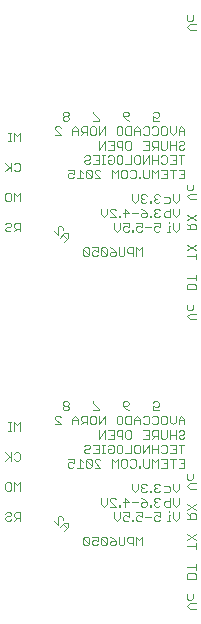
<source format=gbo>
G75*
%MOIN*%
%OFA0B0*%
%FSLAX25Y25*%
%IPPOS*%
%LPD*%
%AMOC8*
5,1,8,0,0,1.08239X$1,22.5*
%
%ADD10C,0.00300*%
%ADD11C,0.00200*%
%ADD12C,0.00500*%
%ADD13C,0.01200*%
%ADD14C,0.00600*%
%ADD15C,0.01100*%
%ADD16C,0.00000*%
%ADD17C,0.00001*%
D10*
X0047474Y0049101D02*
X0048843Y0050469D01*
X0048843Y0051837D01*
X0047474Y0051837D01*
X0046106Y0050469D01*
X0045391Y0051184D02*
X0045391Y0053921D01*
X0045733Y0054263D01*
X0046417Y0054263D01*
X0047101Y0053579D01*
X0047101Y0052894D01*
X0047132Y0051495D02*
X0048501Y0050127D01*
X0045391Y0051184D02*
X0044023Y0052552D01*
X0053905Y0046725D02*
X0055840Y0044790D01*
X0055356Y0044306D01*
X0054389Y0044306D01*
X0053905Y0044790D01*
X0053905Y0046725D01*
X0054389Y0047208D01*
X0055356Y0047208D01*
X0055840Y0046725D01*
X0055840Y0044790D01*
X0056851Y0044790D02*
X0057335Y0044306D01*
X0058303Y0044306D01*
X0058786Y0044790D01*
X0058786Y0045757D02*
X0057819Y0046241D01*
X0057335Y0046241D01*
X0056851Y0045757D01*
X0056851Y0044790D01*
X0058786Y0045757D02*
X0058786Y0047208D01*
X0056851Y0047208D01*
X0059798Y0046725D02*
X0061733Y0044790D01*
X0061249Y0044306D01*
X0060282Y0044306D01*
X0059798Y0044790D01*
X0059798Y0046725D01*
X0060282Y0047208D01*
X0061249Y0047208D01*
X0061733Y0046725D01*
X0061733Y0044790D01*
X0062744Y0044790D02*
X0062744Y0045273D01*
X0063228Y0045757D01*
X0064679Y0045757D01*
X0064679Y0044790D01*
X0064196Y0044306D01*
X0063228Y0044306D01*
X0062744Y0044790D01*
X0063712Y0046725D02*
X0064679Y0045757D01*
X0063712Y0046725D02*
X0062744Y0047208D01*
X0065691Y0047208D02*
X0065691Y0044790D01*
X0066175Y0044306D01*
X0067142Y0044306D01*
X0067626Y0044790D01*
X0067626Y0047208D01*
X0068637Y0046725D02*
X0068637Y0045757D01*
X0069121Y0045273D01*
X0070572Y0045273D01*
X0070572Y0044306D02*
X0070572Y0047208D01*
X0069121Y0047208D01*
X0068637Y0046725D01*
X0071584Y0047208D02*
X0071584Y0044306D01*
X0073519Y0044306D02*
X0073519Y0047208D01*
X0072551Y0046241D01*
X0071584Y0047208D01*
X0072120Y0052430D02*
X0071636Y0052913D01*
X0071636Y0053881D01*
X0072120Y0054365D01*
X0072604Y0054365D01*
X0073571Y0053881D01*
X0073571Y0055332D01*
X0071636Y0055332D01*
X0069151Y0055332D02*
X0069151Y0053881D01*
X0068184Y0054365D01*
X0067700Y0054365D01*
X0067216Y0053881D01*
X0067216Y0052913D01*
X0067700Y0052430D01*
X0068668Y0052430D01*
X0069151Y0052913D01*
X0070141Y0052913D02*
X0070141Y0052430D01*
X0070625Y0052430D01*
X0070625Y0052913D01*
X0070141Y0052913D01*
X0072120Y0052430D02*
X0073087Y0052430D01*
X0073571Y0052913D01*
X0074583Y0053881D02*
X0076518Y0053881D01*
X0077529Y0053881D02*
X0077529Y0052913D01*
X0078013Y0052430D01*
X0078980Y0052430D01*
X0079464Y0052913D01*
X0079464Y0053881D02*
X0078497Y0054365D01*
X0078013Y0054365D01*
X0077529Y0053881D01*
X0077529Y0055332D02*
X0079464Y0055332D01*
X0079464Y0053881D01*
X0081849Y0052430D02*
X0082817Y0052430D01*
X0082333Y0052430D02*
X0082333Y0054365D01*
X0082817Y0054365D01*
X0082333Y0055332D02*
X0082333Y0055816D01*
X0082817Y0057230D02*
X0081366Y0057230D01*
X0080882Y0057713D01*
X0080882Y0058681D01*
X0081366Y0059165D01*
X0082817Y0059165D01*
X0082817Y0060132D02*
X0082817Y0057230D01*
X0083828Y0058197D02*
X0083828Y0060132D01*
X0083828Y0058197D02*
X0084796Y0057230D01*
X0085763Y0058197D01*
X0085763Y0060132D01*
X0084796Y0062030D02*
X0083828Y0062997D01*
X0083828Y0064932D01*
X0082817Y0063481D02*
X0082817Y0062513D01*
X0082333Y0062030D01*
X0080882Y0062030D01*
X0079464Y0062513D02*
X0078980Y0062030D01*
X0078013Y0062030D01*
X0077529Y0062513D01*
X0077529Y0062997D01*
X0078013Y0063481D01*
X0078497Y0063481D01*
X0078013Y0063481D02*
X0077529Y0063965D01*
X0077529Y0064448D01*
X0078013Y0064932D01*
X0078980Y0064932D01*
X0079464Y0064448D01*
X0080882Y0063965D02*
X0082333Y0063965D01*
X0082817Y0063481D01*
X0084796Y0062030D02*
X0085763Y0062997D01*
X0085763Y0064932D01*
X0088487Y0064193D02*
X0089454Y0063225D01*
X0091389Y0063225D01*
X0091389Y0065160D02*
X0089454Y0065160D01*
X0088487Y0064193D01*
X0088971Y0066172D02*
X0088487Y0066656D01*
X0088487Y0068107D01*
X0090422Y0068107D02*
X0090422Y0066656D01*
X0089938Y0066172D01*
X0088971Y0066172D01*
X0087606Y0070223D02*
X0085671Y0070223D01*
X0086638Y0071674D02*
X0087606Y0071674D01*
X0087606Y0070223D02*
X0087606Y0073126D01*
X0085671Y0073126D01*
X0084659Y0073126D02*
X0082724Y0073126D01*
X0083692Y0073126D02*
X0083692Y0070223D01*
X0081713Y0070223D02*
X0079778Y0070223D01*
X0078766Y0070223D02*
X0078766Y0073126D01*
X0077799Y0072158D01*
X0076831Y0073126D01*
X0076831Y0070223D01*
X0075820Y0070707D02*
X0075820Y0073126D01*
X0075820Y0075023D02*
X0075820Y0077926D01*
X0073885Y0075023D01*
X0073885Y0077926D01*
X0072873Y0077442D02*
X0072873Y0075507D01*
X0072390Y0075023D01*
X0071422Y0075023D01*
X0070938Y0075507D01*
X0070938Y0077442D01*
X0071422Y0077926D01*
X0072390Y0077926D01*
X0072873Y0077442D01*
X0073885Y0079823D02*
X0075820Y0079823D01*
X0075820Y0082726D01*
X0073885Y0082726D01*
X0074852Y0081274D02*
X0075820Y0081274D01*
X0076831Y0081274D02*
X0077315Y0080791D01*
X0078766Y0080791D01*
X0077799Y0080791D02*
X0076831Y0079823D01*
X0076831Y0081274D02*
X0076831Y0082242D01*
X0077315Y0082726D01*
X0078766Y0082726D01*
X0078766Y0079823D01*
X0079778Y0080307D02*
X0079778Y0082726D01*
X0081713Y0082726D02*
X0081713Y0080307D01*
X0081229Y0079823D01*
X0080262Y0079823D01*
X0079778Y0080307D01*
X0080262Y0077926D02*
X0079778Y0077442D01*
X0080262Y0077926D02*
X0081229Y0077926D01*
X0081713Y0077442D01*
X0081713Y0075507D01*
X0081229Y0075023D01*
X0080262Y0075023D01*
X0079778Y0075507D01*
X0078766Y0075023D02*
X0078766Y0077926D01*
X0078766Y0076474D02*
X0076831Y0076474D01*
X0076831Y0075023D02*
X0076831Y0077926D01*
X0073885Y0073126D02*
X0073885Y0070707D01*
X0074369Y0070223D01*
X0075336Y0070223D01*
X0075820Y0070707D01*
X0072873Y0070707D02*
X0072390Y0070707D01*
X0072390Y0070223D01*
X0072873Y0070223D01*
X0072873Y0070707D01*
X0071400Y0070707D02*
X0071400Y0072642D01*
X0070916Y0073126D01*
X0069949Y0073126D01*
X0069465Y0072642D01*
X0068454Y0072642D02*
X0068454Y0070707D01*
X0067970Y0070223D01*
X0067002Y0070223D01*
X0066519Y0070707D01*
X0066519Y0072642D01*
X0067002Y0073126D01*
X0067970Y0073126D01*
X0068454Y0072642D01*
X0069465Y0070707D02*
X0069949Y0070223D01*
X0070916Y0070223D01*
X0071400Y0070707D01*
X0069927Y0075023D02*
X0067992Y0075023D01*
X0066980Y0075507D02*
X0066980Y0077442D01*
X0066497Y0077926D01*
X0065529Y0077926D01*
X0065045Y0077442D01*
X0065045Y0075507D01*
X0065529Y0075023D01*
X0066497Y0075023D01*
X0066980Y0075507D01*
X0065507Y0073126D02*
X0064540Y0072158D01*
X0063572Y0073126D01*
X0063572Y0070223D01*
X0065507Y0070223D02*
X0065507Y0073126D01*
X0063550Y0075023D02*
X0064034Y0075507D01*
X0064034Y0077442D01*
X0063550Y0077926D01*
X0062583Y0077926D01*
X0062099Y0077442D01*
X0062099Y0076474D02*
X0063066Y0076474D01*
X0062099Y0076474D02*
X0062099Y0075507D01*
X0062583Y0075023D01*
X0063550Y0075023D01*
X0061087Y0075023D02*
X0060120Y0075023D01*
X0060604Y0075023D02*
X0060604Y0077926D01*
X0061087Y0077926D02*
X0060120Y0077926D01*
X0059123Y0077926D02*
X0059123Y0075023D01*
X0057188Y0075023D01*
X0056176Y0075507D02*
X0055693Y0075023D01*
X0054725Y0075023D01*
X0054241Y0075507D01*
X0054241Y0075991D01*
X0054725Y0076474D01*
X0055693Y0076474D01*
X0056176Y0076958D01*
X0056176Y0077442D01*
X0055693Y0077926D01*
X0054725Y0077926D01*
X0054241Y0077442D01*
X0057188Y0077926D02*
X0059123Y0077926D01*
X0059123Y0076474D02*
X0058155Y0076474D01*
X0058163Y0073126D02*
X0059130Y0073126D01*
X0059614Y0072642D01*
X0058163Y0073126D02*
X0057679Y0072642D01*
X0057679Y0072158D01*
X0059614Y0070223D01*
X0057679Y0070223D01*
X0056667Y0070707D02*
X0054732Y0072642D01*
X0054732Y0070707D01*
X0055216Y0070223D01*
X0056184Y0070223D01*
X0056667Y0070707D01*
X0056667Y0072642D01*
X0056184Y0073126D01*
X0055216Y0073126D01*
X0054732Y0072642D01*
X0053721Y0072158D02*
X0052753Y0073126D01*
X0052753Y0070223D01*
X0051786Y0070223D02*
X0053721Y0070223D01*
X0050774Y0070707D02*
X0050291Y0070223D01*
X0049323Y0070223D01*
X0048839Y0070707D01*
X0048839Y0071674D01*
X0049323Y0072158D01*
X0049807Y0072158D01*
X0050774Y0071674D01*
X0050774Y0073126D01*
X0048839Y0073126D01*
X0059152Y0079823D02*
X0059152Y0082726D01*
X0059152Y0084623D02*
X0059152Y0087526D01*
X0058141Y0087042D02*
X0058141Y0085107D01*
X0057657Y0084623D01*
X0056689Y0084623D01*
X0056206Y0085107D01*
X0056206Y0087042D01*
X0056689Y0087526D01*
X0057657Y0087526D01*
X0058141Y0087042D01*
X0059022Y0089453D02*
X0059022Y0089937D01*
X0057087Y0091872D01*
X0057087Y0092356D01*
X0057087Y0089453D02*
X0059022Y0089453D01*
X0061087Y0087526D02*
X0059152Y0084623D01*
X0061087Y0084623D02*
X0061087Y0087526D01*
X0065045Y0087042D02*
X0065529Y0087526D01*
X0066497Y0087526D01*
X0066980Y0087042D01*
X0066980Y0085107D01*
X0066497Y0084623D01*
X0065529Y0084623D01*
X0065045Y0085107D01*
X0065045Y0087042D01*
X0067992Y0087042D02*
X0068476Y0087526D01*
X0069927Y0087526D01*
X0069927Y0084623D01*
X0068476Y0084623D01*
X0067992Y0085107D01*
X0067992Y0087042D01*
X0069022Y0089453D02*
X0068054Y0089937D01*
X0067087Y0090904D01*
X0068538Y0090904D01*
X0069022Y0091388D01*
X0069022Y0091872D01*
X0068538Y0092356D01*
X0067571Y0092356D01*
X0067087Y0091872D01*
X0067087Y0090904D01*
X0070938Y0086558D02*
X0070938Y0084623D01*
X0070938Y0086074D02*
X0072873Y0086074D01*
X0072873Y0086558D02*
X0071906Y0087526D01*
X0070938Y0086558D01*
X0072873Y0086558D02*
X0072873Y0084623D01*
X0073885Y0085107D02*
X0074369Y0084623D01*
X0075336Y0084623D01*
X0075820Y0085107D01*
X0075820Y0087042D01*
X0075336Y0087526D01*
X0074369Y0087526D01*
X0073885Y0087042D01*
X0076831Y0087042D02*
X0077315Y0087526D01*
X0078283Y0087526D01*
X0078766Y0087042D01*
X0078766Y0085107D01*
X0078283Y0084623D01*
X0077315Y0084623D01*
X0076831Y0085107D01*
X0079778Y0085107D02*
X0079778Y0087042D01*
X0080262Y0087526D01*
X0081229Y0087526D01*
X0081713Y0087042D01*
X0081713Y0085107D01*
X0081229Y0084623D01*
X0080262Y0084623D01*
X0079778Y0085107D01*
X0082724Y0085591D02*
X0082724Y0087526D01*
X0082724Y0085591D02*
X0083692Y0084623D01*
X0084659Y0085591D01*
X0084659Y0087526D01*
X0085671Y0086558D02*
X0085671Y0084623D01*
X0085671Y0086074D02*
X0087606Y0086074D01*
X0087606Y0086558D02*
X0086638Y0087526D01*
X0085671Y0086558D01*
X0087606Y0086558D02*
X0087606Y0084623D01*
X0087122Y0082726D02*
X0087606Y0082242D01*
X0087606Y0081758D01*
X0087122Y0081274D01*
X0086155Y0081274D01*
X0085671Y0080791D01*
X0085671Y0080307D01*
X0086155Y0079823D01*
X0087122Y0079823D01*
X0087606Y0080307D01*
X0087606Y0077926D02*
X0085671Y0077926D01*
X0086638Y0077926D02*
X0086638Y0075023D01*
X0084659Y0075023D02*
X0082724Y0075023D01*
X0083692Y0076474D02*
X0084659Y0076474D01*
X0084659Y0075023D02*
X0084659Y0077926D01*
X0082724Y0077926D01*
X0082724Y0079823D02*
X0082724Y0082726D01*
X0082724Y0081274D02*
X0084659Y0081274D01*
X0085671Y0082242D02*
X0086155Y0082726D01*
X0087122Y0082726D01*
X0084659Y0082726D02*
X0084659Y0079823D01*
X0081713Y0073126D02*
X0081713Y0070223D01*
X0081713Y0071674D02*
X0080745Y0071674D01*
X0079778Y0073126D02*
X0081713Y0073126D01*
X0074561Y0064932D02*
X0073593Y0064932D01*
X0073109Y0064448D01*
X0073109Y0063965D01*
X0073593Y0063481D01*
X0073109Y0062997D01*
X0073109Y0062513D01*
X0073593Y0062030D01*
X0074561Y0062030D01*
X0075044Y0062513D01*
X0076034Y0062513D02*
X0076034Y0062030D01*
X0076518Y0062030D01*
X0076518Y0062513D01*
X0076034Y0062513D01*
X0075044Y0064448D02*
X0074561Y0064932D01*
X0074077Y0063481D02*
X0073593Y0063481D01*
X0072098Y0062997D02*
X0071130Y0062030D01*
X0070163Y0062997D01*
X0070163Y0064932D01*
X0072098Y0064932D02*
X0072098Y0062997D01*
X0073109Y0060132D02*
X0074077Y0059648D01*
X0075044Y0058681D01*
X0073593Y0058681D01*
X0073109Y0058197D01*
X0073109Y0057713D01*
X0073593Y0057230D01*
X0074561Y0057230D01*
X0075044Y0057713D01*
X0075044Y0058681D01*
X0076034Y0057713D02*
X0076034Y0057230D01*
X0076518Y0057230D01*
X0076518Y0057713D01*
X0076034Y0057713D01*
X0077529Y0057713D02*
X0078013Y0057230D01*
X0078980Y0057230D01*
X0079464Y0057713D01*
X0078497Y0058681D02*
X0078013Y0058681D01*
X0077529Y0058197D01*
X0077529Y0057713D01*
X0078013Y0058681D02*
X0077529Y0059165D01*
X0077529Y0059648D01*
X0078013Y0060132D01*
X0078980Y0060132D01*
X0079464Y0059648D01*
X0083828Y0055332D02*
X0083828Y0053397D01*
X0084796Y0052430D01*
X0085763Y0053397D01*
X0085763Y0055332D01*
X0088487Y0055160D02*
X0089454Y0054193D01*
X0089454Y0054677D02*
X0089454Y0053225D01*
X0088487Y0053225D02*
X0091389Y0053225D01*
X0091389Y0054677D01*
X0090906Y0055160D01*
X0089938Y0055160D01*
X0089454Y0054677D01*
X0088487Y0056172D02*
X0091389Y0058107D01*
X0091389Y0056172D02*
X0088487Y0058107D01*
X0088487Y0048107D02*
X0091389Y0046172D01*
X0091389Y0045160D02*
X0091389Y0043225D01*
X0091389Y0044193D02*
X0088487Y0044193D01*
X0088487Y0046172D02*
X0091389Y0048107D01*
X0091389Y0038107D02*
X0091389Y0036172D01*
X0091389Y0037139D02*
X0088487Y0037139D01*
X0088971Y0035160D02*
X0090906Y0035160D01*
X0091389Y0034677D01*
X0091389Y0033225D01*
X0088487Y0033225D01*
X0088487Y0034677D01*
X0088971Y0035160D01*
X0088487Y0028107D02*
X0088487Y0026656D01*
X0088971Y0026172D01*
X0089938Y0026172D01*
X0090422Y0026656D01*
X0090422Y0028107D01*
X0089454Y0025160D02*
X0091389Y0025160D01*
X0089454Y0025160D02*
X0088487Y0024193D01*
X0089454Y0023225D01*
X0091389Y0023225D01*
X0069151Y0055332D02*
X0067216Y0055332D01*
X0066205Y0055332D02*
X0066205Y0053397D01*
X0065237Y0052430D01*
X0064270Y0053397D01*
X0064270Y0055332D01*
X0064732Y0057230D02*
X0062797Y0059165D01*
X0062797Y0059648D01*
X0063280Y0060132D01*
X0064248Y0060132D01*
X0064732Y0059648D01*
X0065721Y0057713D02*
X0065721Y0057230D01*
X0066205Y0057230D01*
X0066205Y0057713D01*
X0065721Y0057713D01*
X0064732Y0057230D02*
X0062797Y0057230D01*
X0061785Y0058197D02*
X0060818Y0057230D01*
X0059850Y0058197D01*
X0059850Y0060132D01*
X0061785Y0060132D02*
X0061785Y0058197D01*
X0067216Y0058681D02*
X0069151Y0058681D01*
X0067700Y0060132D01*
X0067700Y0057230D01*
X0070163Y0058681D02*
X0072098Y0058681D01*
X0069927Y0075023D02*
X0069927Y0077926D01*
X0069443Y0079823D02*
X0068476Y0079823D01*
X0067992Y0080307D01*
X0067992Y0082242D01*
X0068476Y0082726D01*
X0069443Y0082726D01*
X0069927Y0082242D01*
X0069927Y0080307D01*
X0069443Y0079823D01*
X0066980Y0079823D02*
X0066980Y0082726D01*
X0065529Y0082726D01*
X0065045Y0082242D01*
X0065045Y0081274D01*
X0065529Y0080791D01*
X0066980Y0080791D01*
X0064034Y0081274D02*
X0063066Y0081274D01*
X0062099Y0079823D02*
X0064034Y0079823D01*
X0064034Y0082726D01*
X0062099Y0082726D01*
X0061087Y0082726D02*
X0059152Y0079823D01*
X0061087Y0079823D02*
X0061087Y0082726D01*
X0055194Y0084623D02*
X0055194Y0087526D01*
X0053743Y0087526D01*
X0053259Y0087042D01*
X0053259Y0086074D01*
X0053743Y0085591D01*
X0055194Y0085591D01*
X0054227Y0085591D02*
X0053259Y0084623D01*
X0052248Y0084623D02*
X0052248Y0086558D01*
X0051280Y0087526D01*
X0050313Y0086558D01*
X0050313Y0084623D01*
X0050313Y0086074D02*
X0052248Y0086074D01*
X0048538Y0089453D02*
X0049022Y0089937D01*
X0049022Y0090421D01*
X0048538Y0090904D01*
X0047571Y0090904D01*
X0047087Y0090421D01*
X0047087Y0089937D01*
X0047571Y0089453D01*
X0048538Y0089453D01*
X0048538Y0090904D02*
X0049022Y0091388D01*
X0049022Y0091872D01*
X0048538Y0092356D01*
X0047571Y0092356D01*
X0047087Y0091872D01*
X0047087Y0091388D01*
X0047571Y0090904D01*
X0045871Y0087526D02*
X0046355Y0087042D01*
X0045871Y0087526D02*
X0044903Y0087526D01*
X0044420Y0087042D01*
X0044420Y0086558D01*
X0046355Y0084623D01*
X0044420Y0084623D01*
X0032787Y0085421D02*
X0032787Y0082519D01*
X0030852Y0082519D02*
X0030852Y0085421D01*
X0031820Y0084453D01*
X0032787Y0085421D01*
X0029840Y0085421D02*
X0028873Y0085421D01*
X0029357Y0085421D02*
X0029357Y0082519D01*
X0029840Y0082519D02*
X0028873Y0082519D01*
X0027906Y0075421D02*
X0029840Y0073486D01*
X0029357Y0073970D02*
X0027906Y0072519D01*
X0029840Y0072519D02*
X0029840Y0075421D01*
X0030852Y0074937D02*
X0031336Y0075421D01*
X0032303Y0075421D01*
X0032787Y0074937D01*
X0032787Y0073002D01*
X0032303Y0072519D01*
X0031336Y0072519D01*
X0030852Y0073002D01*
X0030852Y0065421D02*
X0030852Y0062519D01*
X0029840Y0063002D02*
X0029357Y0062519D01*
X0028389Y0062519D01*
X0027906Y0063002D01*
X0027906Y0064937D01*
X0028389Y0065421D01*
X0029357Y0065421D01*
X0029840Y0064937D01*
X0029840Y0063002D01*
X0031820Y0064453D02*
X0030852Y0065421D01*
X0031820Y0064453D02*
X0032787Y0065421D01*
X0032787Y0062519D01*
X0032787Y0055421D02*
X0031336Y0055421D01*
X0030852Y0054937D01*
X0030852Y0053970D01*
X0031336Y0053486D01*
X0032787Y0053486D01*
X0031820Y0053486D02*
X0030852Y0052519D01*
X0029840Y0053002D02*
X0029357Y0052519D01*
X0028389Y0052519D01*
X0027906Y0053002D01*
X0027906Y0053486D01*
X0028389Y0053970D01*
X0029357Y0053970D01*
X0029840Y0054453D01*
X0029840Y0054937D01*
X0029357Y0055421D01*
X0028389Y0055421D01*
X0027906Y0054937D01*
X0032787Y0055421D02*
X0032787Y0052519D01*
X0077087Y0089453D02*
X0077087Y0090904D01*
X0078054Y0090421D01*
X0078538Y0090421D01*
X0079022Y0090904D01*
X0079022Y0091872D01*
X0078538Y0092356D01*
X0077571Y0092356D01*
X0077087Y0091872D01*
X0077087Y0089453D02*
X0079022Y0089453D01*
X0089454Y0119682D02*
X0088487Y0120650D01*
X0089454Y0121617D01*
X0091389Y0121617D01*
X0089938Y0122629D02*
X0088971Y0122629D01*
X0088487Y0123112D01*
X0088487Y0124564D01*
X0090422Y0124564D02*
X0090422Y0123112D01*
X0089938Y0122629D01*
X0089454Y0119682D02*
X0091389Y0119682D01*
X0091389Y0129682D02*
X0091389Y0131133D01*
X0090906Y0131617D01*
X0088971Y0131617D01*
X0088487Y0131133D01*
X0088487Y0129682D01*
X0091389Y0129682D01*
X0091389Y0132629D02*
X0091389Y0134564D01*
X0091389Y0133596D02*
X0088487Y0133596D01*
X0091389Y0139682D02*
X0091389Y0141617D01*
X0091389Y0140650D02*
X0088487Y0140650D01*
X0088487Y0142629D02*
X0091389Y0144564D01*
X0091389Y0142629D02*
X0088487Y0144564D01*
X0088487Y0149682D02*
X0091389Y0149682D01*
X0091389Y0151133D01*
X0090906Y0151617D01*
X0089938Y0151617D01*
X0089454Y0151133D01*
X0089454Y0149682D01*
X0089454Y0150650D02*
X0088487Y0151617D01*
X0088487Y0152629D02*
X0091389Y0154564D01*
X0091389Y0152629D02*
X0088487Y0154564D01*
X0085763Y0154654D02*
X0085763Y0156589D01*
X0083828Y0156589D02*
X0083828Y0154654D01*
X0084796Y0153686D01*
X0085763Y0154654D01*
X0085763Y0151789D02*
X0085763Y0149854D01*
X0084796Y0148886D01*
X0083828Y0149854D01*
X0083828Y0151789D01*
X0082817Y0150821D02*
X0082333Y0150821D01*
X0082333Y0148886D01*
X0082817Y0148886D02*
X0081849Y0148886D01*
X0079464Y0149370D02*
X0078980Y0148886D01*
X0078013Y0148886D01*
X0077529Y0149370D01*
X0077529Y0150337D01*
X0078013Y0150821D01*
X0078497Y0150821D01*
X0079464Y0150337D01*
X0079464Y0151789D01*
X0077529Y0151789D01*
X0076518Y0150337D02*
X0074583Y0150337D01*
X0073571Y0150337D02*
X0072604Y0150821D01*
X0072120Y0150821D01*
X0071636Y0150337D01*
X0071636Y0149370D01*
X0072120Y0148886D01*
X0073087Y0148886D01*
X0073571Y0149370D01*
X0073571Y0150337D02*
X0073571Y0151789D01*
X0071636Y0151789D01*
X0069151Y0151789D02*
X0069151Y0150337D01*
X0068184Y0150821D01*
X0067700Y0150821D01*
X0067216Y0150337D01*
X0067216Y0149370D01*
X0067700Y0148886D01*
X0068668Y0148886D01*
X0069151Y0149370D01*
X0070141Y0149370D02*
X0070141Y0148886D01*
X0070625Y0148886D01*
X0070625Y0149370D01*
X0070141Y0149370D01*
X0069151Y0151789D02*
X0067216Y0151789D01*
X0066205Y0151789D02*
X0066205Y0149854D01*
X0065237Y0148886D01*
X0064270Y0149854D01*
X0064270Y0151789D01*
X0064732Y0153686D02*
X0062797Y0155621D01*
X0062797Y0156105D01*
X0063280Y0156589D01*
X0064248Y0156589D01*
X0064732Y0156105D01*
X0065721Y0154170D02*
X0065721Y0153686D01*
X0066205Y0153686D01*
X0066205Y0154170D01*
X0065721Y0154170D01*
X0064732Y0153686D02*
X0062797Y0153686D01*
X0061785Y0154654D02*
X0060818Y0153686D01*
X0059850Y0154654D01*
X0059850Y0156589D01*
X0061785Y0156589D02*
X0061785Y0154654D01*
X0067216Y0155137D02*
X0069151Y0155137D01*
X0067700Y0156589D01*
X0067700Y0153686D01*
X0070163Y0155137D02*
X0072098Y0155137D01*
X0073109Y0154654D02*
X0073593Y0155137D01*
X0075044Y0155137D01*
X0075044Y0154170D01*
X0074561Y0153686D01*
X0073593Y0153686D01*
X0073109Y0154170D01*
X0073109Y0154654D01*
X0074077Y0156105D02*
X0075044Y0155137D01*
X0074077Y0156105D02*
X0073109Y0156589D01*
X0073593Y0158486D02*
X0074561Y0158486D01*
X0075044Y0158970D01*
X0076034Y0158970D02*
X0076034Y0158486D01*
X0076518Y0158486D01*
X0076518Y0158970D01*
X0076034Y0158970D01*
X0077529Y0158970D02*
X0078013Y0158486D01*
X0078980Y0158486D01*
X0079464Y0158970D01*
X0078497Y0159937D02*
X0078013Y0159937D01*
X0077529Y0159454D01*
X0077529Y0158970D01*
X0078013Y0159937D02*
X0077529Y0160421D01*
X0077529Y0160905D01*
X0078013Y0161389D01*
X0078980Y0161389D01*
X0079464Y0160905D01*
X0080882Y0160421D02*
X0082333Y0160421D01*
X0082817Y0159937D01*
X0082817Y0158970D01*
X0082333Y0158486D01*
X0080882Y0158486D01*
X0078980Y0156589D02*
X0078013Y0156589D01*
X0077529Y0156105D01*
X0077529Y0155621D01*
X0078013Y0155137D01*
X0077529Y0154654D01*
X0077529Y0154170D01*
X0078013Y0153686D01*
X0078980Y0153686D01*
X0079464Y0154170D01*
X0078497Y0155137D02*
X0078013Y0155137D01*
X0079464Y0156105D02*
X0078980Y0156589D01*
X0080882Y0155137D02*
X0081366Y0155621D01*
X0082817Y0155621D01*
X0082817Y0156589D02*
X0082817Y0153686D01*
X0081366Y0153686D01*
X0080882Y0154170D01*
X0080882Y0155137D01*
X0082333Y0152272D02*
X0082333Y0151789D01*
X0076518Y0153686D02*
X0076034Y0153686D01*
X0076034Y0154170D01*
X0076518Y0154170D01*
X0076518Y0153686D01*
X0073593Y0158486D02*
X0073109Y0158970D01*
X0073109Y0159454D01*
X0073593Y0159937D01*
X0074077Y0159937D01*
X0073593Y0159937D02*
X0073109Y0160421D01*
X0073109Y0160905D01*
X0073593Y0161389D01*
X0074561Y0161389D01*
X0075044Y0160905D01*
X0072098Y0161389D02*
X0072098Y0159454D01*
X0071130Y0158486D01*
X0070163Y0159454D01*
X0070163Y0161389D01*
X0069949Y0166680D02*
X0069465Y0167164D01*
X0069949Y0166680D02*
X0070916Y0166680D01*
X0071400Y0167164D01*
X0071400Y0169099D01*
X0070916Y0169582D01*
X0069949Y0169582D01*
X0069465Y0169099D01*
X0068454Y0169099D02*
X0068454Y0167164D01*
X0067970Y0166680D01*
X0067002Y0166680D01*
X0066519Y0167164D01*
X0066519Y0169099D01*
X0067002Y0169582D01*
X0067970Y0169582D01*
X0068454Y0169099D01*
X0067992Y0171480D02*
X0069927Y0171480D01*
X0069927Y0174382D01*
X0070938Y0173899D02*
X0071422Y0174382D01*
X0072390Y0174382D01*
X0072873Y0173899D01*
X0072873Y0171964D01*
X0072390Y0171480D01*
X0071422Y0171480D01*
X0070938Y0171964D01*
X0070938Y0173899D01*
X0069443Y0176280D02*
X0068476Y0176280D01*
X0067992Y0176764D01*
X0067992Y0178699D01*
X0068476Y0179182D01*
X0069443Y0179182D01*
X0069927Y0178699D01*
X0069927Y0176764D01*
X0069443Y0176280D01*
X0066980Y0176280D02*
X0066980Y0179182D01*
X0065529Y0179182D01*
X0065045Y0178699D01*
X0065045Y0177731D01*
X0065529Y0177247D01*
X0066980Y0177247D01*
X0066497Y0174382D02*
X0066980Y0173899D01*
X0066980Y0171964D01*
X0066497Y0171480D01*
X0065529Y0171480D01*
X0065045Y0171964D01*
X0065045Y0173899D01*
X0065529Y0174382D01*
X0066497Y0174382D01*
X0064034Y0173899D02*
X0064034Y0171964D01*
X0063550Y0171480D01*
X0062583Y0171480D01*
X0062099Y0171964D01*
X0062099Y0172931D01*
X0063066Y0172931D01*
X0062099Y0173899D02*
X0062583Y0174382D01*
X0063550Y0174382D01*
X0064034Y0173899D01*
X0064034Y0176280D02*
X0062099Y0176280D01*
X0061087Y0176280D02*
X0061087Y0179182D01*
X0059152Y0176280D01*
X0059152Y0179182D01*
X0059152Y0181080D02*
X0059152Y0183982D01*
X0058141Y0183499D02*
X0057657Y0183982D01*
X0056689Y0183982D01*
X0056206Y0183499D01*
X0056206Y0181564D01*
X0056689Y0181080D01*
X0057657Y0181080D01*
X0058141Y0181564D01*
X0058141Y0183499D01*
X0059022Y0185910D02*
X0059022Y0186393D01*
X0057087Y0188328D01*
X0057087Y0188812D01*
X0057087Y0185910D02*
X0059022Y0185910D01*
X0061087Y0183982D02*
X0059152Y0181080D01*
X0061087Y0181080D02*
X0061087Y0183982D01*
X0065045Y0183499D02*
X0065529Y0183982D01*
X0066497Y0183982D01*
X0066980Y0183499D01*
X0066980Y0181564D01*
X0066497Y0181080D01*
X0065529Y0181080D01*
X0065045Y0181564D01*
X0065045Y0183499D01*
X0067992Y0183499D02*
X0068476Y0183982D01*
X0069927Y0183982D01*
X0069927Y0181080D01*
X0068476Y0181080D01*
X0067992Y0181564D01*
X0067992Y0183499D01*
X0069022Y0185910D02*
X0068054Y0186393D01*
X0067087Y0187361D01*
X0068538Y0187361D01*
X0069022Y0187845D01*
X0069022Y0188328D01*
X0068538Y0188812D01*
X0067571Y0188812D01*
X0067087Y0188328D01*
X0067087Y0187361D01*
X0070938Y0183015D02*
X0070938Y0181080D01*
X0070938Y0182531D02*
X0072873Y0182531D01*
X0072873Y0183015D02*
X0071906Y0183982D01*
X0070938Y0183015D01*
X0072873Y0183015D02*
X0072873Y0181080D01*
X0073885Y0181564D02*
X0074369Y0181080D01*
X0075336Y0181080D01*
X0075820Y0181564D01*
X0075820Y0183499D01*
X0075336Y0183982D01*
X0074369Y0183982D01*
X0073885Y0183499D01*
X0076831Y0183499D02*
X0077315Y0183982D01*
X0078283Y0183982D01*
X0078766Y0183499D01*
X0078766Y0181564D01*
X0078283Y0181080D01*
X0077315Y0181080D01*
X0076831Y0181564D01*
X0077315Y0179182D02*
X0076831Y0178699D01*
X0076831Y0177731D01*
X0077315Y0177247D01*
X0078766Y0177247D01*
X0078766Y0176280D02*
X0078766Y0179182D01*
X0077315Y0179182D01*
X0075820Y0179182D02*
X0075820Y0176280D01*
X0073885Y0176280D01*
X0074852Y0177731D02*
X0075820Y0177731D01*
X0075820Y0179182D02*
X0073885Y0179182D01*
X0076831Y0176280D02*
X0077799Y0177247D01*
X0079778Y0176764D02*
X0079778Y0179182D01*
X0081713Y0179182D02*
X0081713Y0176764D01*
X0081229Y0176280D01*
X0080262Y0176280D01*
X0079778Y0176764D01*
X0080262Y0174382D02*
X0079778Y0173899D01*
X0080262Y0174382D02*
X0081229Y0174382D01*
X0081713Y0173899D01*
X0081713Y0171964D01*
X0081229Y0171480D01*
X0080262Y0171480D01*
X0079778Y0171964D01*
X0078766Y0171480D02*
X0078766Y0174382D01*
X0078766Y0172931D02*
X0076831Y0172931D01*
X0076831Y0174382D02*
X0076831Y0171480D01*
X0075820Y0171480D02*
X0075820Y0174382D01*
X0073885Y0171480D01*
X0073885Y0174382D01*
X0073885Y0169582D02*
X0073885Y0167164D01*
X0074369Y0166680D01*
X0075336Y0166680D01*
X0075820Y0167164D01*
X0075820Y0169582D01*
X0076831Y0169582D02*
X0076831Y0166680D01*
X0078766Y0166680D02*
X0078766Y0169582D01*
X0077799Y0168615D01*
X0076831Y0169582D01*
X0079778Y0169582D02*
X0081713Y0169582D01*
X0081713Y0166680D01*
X0079778Y0166680D01*
X0080745Y0168131D02*
X0081713Y0168131D01*
X0082724Y0169582D02*
X0084659Y0169582D01*
X0083692Y0169582D02*
X0083692Y0166680D01*
X0085671Y0166680D02*
X0087606Y0166680D01*
X0087606Y0169582D01*
X0085671Y0169582D01*
X0086638Y0168131D02*
X0087606Y0168131D01*
X0086638Y0171480D02*
X0086638Y0174382D01*
X0085671Y0174382D02*
X0087606Y0174382D01*
X0087122Y0176280D02*
X0087606Y0176764D01*
X0087122Y0176280D02*
X0086155Y0176280D01*
X0085671Y0176764D01*
X0085671Y0177247D01*
X0086155Y0177731D01*
X0087122Y0177731D01*
X0087606Y0178215D01*
X0087606Y0178699D01*
X0087122Y0179182D01*
X0086155Y0179182D01*
X0085671Y0178699D01*
X0084659Y0179182D02*
X0084659Y0176280D01*
X0084659Y0177731D02*
X0082724Y0177731D01*
X0082724Y0179182D02*
X0082724Y0176280D01*
X0082724Y0174382D02*
X0084659Y0174382D01*
X0084659Y0171480D01*
X0082724Y0171480D01*
X0083692Y0172931D02*
X0084659Y0172931D01*
X0083692Y0181080D02*
X0082724Y0182047D01*
X0082724Y0183982D01*
X0081713Y0183499D02*
X0081229Y0183982D01*
X0080262Y0183982D01*
X0079778Y0183499D01*
X0079778Y0181564D01*
X0080262Y0181080D01*
X0081229Y0181080D01*
X0081713Y0181564D01*
X0081713Y0183499D01*
X0084659Y0183982D02*
X0084659Y0182047D01*
X0083692Y0181080D01*
X0085671Y0181080D02*
X0085671Y0183015D01*
X0086638Y0183982D01*
X0087606Y0183015D01*
X0087606Y0181080D01*
X0087606Y0182531D02*
X0085671Y0182531D01*
X0079022Y0185910D02*
X0077087Y0185910D01*
X0077087Y0187361D01*
X0078054Y0186877D01*
X0078538Y0186877D01*
X0079022Y0187361D01*
X0079022Y0188328D01*
X0078538Y0188812D01*
X0077571Y0188812D01*
X0077087Y0188328D01*
X0064034Y0179182D02*
X0064034Y0176280D01*
X0064034Y0177731D02*
X0063066Y0177731D01*
X0062099Y0179182D02*
X0064034Y0179182D01*
X0061087Y0174382D02*
X0060120Y0174382D01*
X0060604Y0174382D02*
X0060604Y0171480D01*
X0061087Y0171480D02*
X0060120Y0171480D01*
X0059123Y0171480D02*
X0059123Y0174382D01*
X0057188Y0174382D01*
X0056176Y0173899D02*
X0056176Y0173415D01*
X0055693Y0172931D01*
X0054725Y0172931D01*
X0054241Y0172447D01*
X0054241Y0171964D01*
X0054725Y0171480D01*
X0055693Y0171480D01*
X0056176Y0171964D01*
X0057188Y0171480D02*
X0059123Y0171480D01*
X0059123Y0172931D02*
X0058155Y0172931D01*
X0056176Y0173899D02*
X0055693Y0174382D01*
X0054725Y0174382D01*
X0054241Y0173899D01*
X0055216Y0169582D02*
X0054732Y0169099D01*
X0056667Y0167164D01*
X0056184Y0166680D01*
X0055216Y0166680D01*
X0054732Y0167164D01*
X0054732Y0169099D01*
X0055216Y0169582D02*
X0056184Y0169582D01*
X0056667Y0169099D01*
X0056667Y0167164D01*
X0057679Y0166680D02*
X0059614Y0166680D01*
X0057679Y0168615D01*
X0057679Y0169099D01*
X0058163Y0169582D01*
X0059130Y0169582D01*
X0059614Y0169099D01*
X0063572Y0169582D02*
X0063572Y0166680D01*
X0065507Y0166680D02*
X0065507Y0169582D01*
X0064540Y0168615D01*
X0063572Y0169582D01*
X0053721Y0168615D02*
X0052753Y0169582D01*
X0052753Y0166680D01*
X0051786Y0166680D02*
X0053721Y0166680D01*
X0050774Y0167164D02*
X0050291Y0166680D01*
X0049323Y0166680D01*
X0048839Y0167164D01*
X0048839Y0168131D01*
X0049323Y0168615D01*
X0049807Y0168615D01*
X0050774Y0168131D01*
X0050774Y0169582D01*
X0048839Y0169582D01*
X0050313Y0181080D02*
X0050313Y0183015D01*
X0051280Y0183982D01*
X0052248Y0183015D01*
X0052248Y0181080D01*
X0053259Y0181080D02*
X0054227Y0182047D01*
X0053743Y0182047D02*
X0055194Y0182047D01*
X0055194Y0181080D02*
X0055194Y0183982D01*
X0053743Y0183982D01*
X0053259Y0183499D01*
X0053259Y0182531D01*
X0053743Y0182047D01*
X0052248Y0182531D02*
X0050313Y0182531D01*
X0048538Y0185910D02*
X0047571Y0185910D01*
X0047087Y0186393D01*
X0047087Y0186877D01*
X0047571Y0187361D01*
X0048538Y0187361D01*
X0049022Y0187845D01*
X0049022Y0188328D01*
X0048538Y0188812D01*
X0047571Y0188812D01*
X0047087Y0188328D01*
X0047087Y0187845D01*
X0047571Y0187361D01*
X0048538Y0187361D02*
X0049022Y0186877D01*
X0049022Y0186393D01*
X0048538Y0185910D01*
X0046355Y0183499D02*
X0045871Y0183982D01*
X0044903Y0183982D01*
X0044420Y0183499D01*
X0044420Y0183015D01*
X0046355Y0181080D01*
X0044420Y0181080D01*
X0032787Y0181878D02*
X0032787Y0178975D01*
X0030852Y0178975D02*
X0030852Y0181878D01*
X0031820Y0180910D01*
X0032787Y0181878D01*
X0029840Y0181878D02*
X0028873Y0181878D01*
X0029357Y0181878D02*
X0029357Y0178975D01*
X0029840Y0178975D02*
X0028873Y0178975D01*
X0027906Y0171878D02*
X0029840Y0169943D01*
X0029357Y0170426D02*
X0027906Y0168975D01*
X0029840Y0168975D02*
X0029840Y0171878D01*
X0030852Y0171394D02*
X0031336Y0171878D01*
X0032303Y0171878D01*
X0032787Y0171394D01*
X0032787Y0169459D01*
X0032303Y0168975D01*
X0031336Y0168975D01*
X0030852Y0169459D01*
X0030852Y0161878D02*
X0030852Y0158975D01*
X0029840Y0159459D02*
X0029357Y0158975D01*
X0028389Y0158975D01*
X0027906Y0159459D01*
X0027906Y0161394D01*
X0028389Y0161878D01*
X0029357Y0161878D01*
X0029840Y0161394D01*
X0029840Y0159459D01*
X0031820Y0160910D02*
X0030852Y0161878D01*
X0031820Y0160910D02*
X0032787Y0161878D01*
X0032787Y0158975D01*
X0032787Y0151878D02*
X0031336Y0151878D01*
X0030852Y0151394D01*
X0030852Y0150426D01*
X0031336Y0149943D01*
X0032787Y0149943D01*
X0031820Y0149943D02*
X0030852Y0148975D01*
X0029840Y0149459D02*
X0029357Y0148975D01*
X0028389Y0148975D01*
X0027906Y0149459D01*
X0027906Y0149943D01*
X0028389Y0150426D01*
X0029357Y0150426D01*
X0029840Y0150910D01*
X0029840Y0151394D01*
X0029357Y0151878D01*
X0028389Y0151878D01*
X0027906Y0151394D01*
X0032787Y0151878D02*
X0032787Y0148975D01*
X0044023Y0149009D02*
X0045391Y0147641D01*
X0045391Y0150377D01*
X0045733Y0150719D01*
X0046417Y0150719D01*
X0047101Y0150035D01*
X0047101Y0149351D01*
X0047474Y0148294D02*
X0046106Y0146926D01*
X0047132Y0147952D02*
X0048501Y0146584D01*
X0048843Y0146926D02*
X0048843Y0148294D01*
X0047474Y0148294D01*
X0048843Y0146926D02*
X0047474Y0145557D01*
X0053905Y0143181D02*
X0055840Y0141246D01*
X0055356Y0140763D01*
X0054389Y0140763D01*
X0053905Y0141246D01*
X0053905Y0143181D01*
X0054389Y0143665D01*
X0055356Y0143665D01*
X0055840Y0143181D01*
X0055840Y0141246D01*
X0056851Y0141246D02*
X0057335Y0140763D01*
X0058303Y0140763D01*
X0058786Y0141246D01*
X0058786Y0142214D02*
X0057819Y0142698D01*
X0057335Y0142698D01*
X0056851Y0142214D01*
X0056851Y0141246D01*
X0058786Y0142214D02*
X0058786Y0143665D01*
X0056851Y0143665D01*
X0059798Y0143181D02*
X0061733Y0141246D01*
X0061249Y0140763D01*
X0060282Y0140763D01*
X0059798Y0141246D01*
X0059798Y0143181D01*
X0060282Y0143665D01*
X0061249Y0143665D01*
X0061733Y0143181D01*
X0061733Y0141246D01*
X0062744Y0141246D02*
X0062744Y0141730D01*
X0063228Y0142214D01*
X0064679Y0142214D01*
X0064679Y0141246D01*
X0064196Y0140763D01*
X0063228Y0140763D01*
X0062744Y0141246D01*
X0063712Y0143181D02*
X0064679Y0142214D01*
X0063712Y0143181D02*
X0062744Y0143665D01*
X0065691Y0143665D02*
X0065691Y0141246D01*
X0066175Y0140763D01*
X0067142Y0140763D01*
X0067626Y0141246D01*
X0067626Y0143665D01*
X0068637Y0143181D02*
X0068637Y0142214D01*
X0069121Y0141730D01*
X0070572Y0141730D01*
X0070572Y0140763D02*
X0070572Y0143665D01*
X0069121Y0143665D01*
X0068637Y0143181D01*
X0071584Y0143665D02*
X0071584Y0140763D01*
X0073519Y0140763D02*
X0073519Y0143665D01*
X0072551Y0142698D01*
X0071584Y0143665D01*
X0084796Y0158486D02*
X0083828Y0159454D01*
X0083828Y0161389D01*
X0085763Y0161389D02*
X0085763Y0159454D01*
X0084796Y0158486D01*
X0088487Y0160650D02*
X0089454Y0161617D01*
X0091389Y0161617D01*
X0089938Y0162629D02*
X0088971Y0162629D01*
X0088487Y0163112D01*
X0088487Y0164564D01*
X0090422Y0164564D02*
X0090422Y0163112D01*
X0089938Y0162629D01*
X0088487Y0160650D02*
X0089454Y0159682D01*
X0091389Y0159682D01*
X0072873Y0166680D02*
X0072390Y0166680D01*
X0072390Y0167164D01*
X0072873Y0167164D01*
X0072873Y0166680D01*
X0089454Y0216139D02*
X0088487Y0217106D01*
X0089454Y0218074D01*
X0091389Y0218074D01*
X0089938Y0219085D02*
X0088971Y0219085D01*
X0088487Y0219569D01*
X0088487Y0221020D01*
X0090422Y0221020D02*
X0090422Y0219569D01*
X0089938Y0219085D01*
X0089454Y0216139D02*
X0091389Y0216139D01*
M02*

</source>
